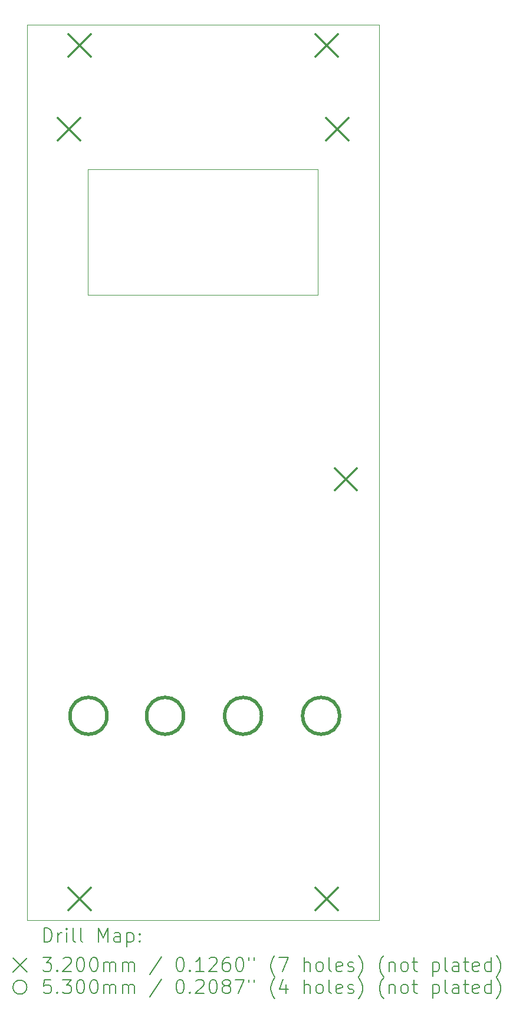
<source format=gbr>
%TF.GenerationSoftware,KiCad,Pcbnew,7.0.2*%
%TF.CreationDate,2025-01-10T16:22:41-06:00*%
%TF.ProjectId,gateDr_panel,67617465-4472-45f7-9061-6e656c2e6b69,rev?*%
%TF.SameCoordinates,Original*%
%TF.FileFunction,Drillmap*%
%TF.FilePolarity,Positive*%
%FSLAX45Y45*%
G04 Gerber Fmt 4.5, Leading zero omitted, Abs format (unit mm)*
G04 Created by KiCad (PCBNEW 7.0.2) date 2025-01-10 16:22:41*
%MOMM*%
%LPD*%
G01*
G04 APERTURE LIST*
%ADD10C,0.100000*%
%ADD11C,0.200000*%
%ADD12C,0.320000*%
%ADD13C,0.530000*%
G04 APERTURE END LIST*
D10*
X5000000Y-5000000D02*
X10050000Y-5000000D01*
X10050000Y-17850000D01*
X5000000Y-17850000D01*
X5000000Y-5000000D01*
X5875000Y-7075000D02*
X9175000Y-7075000D01*
X9175000Y-8875000D01*
X5875000Y-8875000D01*
X5875000Y-7075000D01*
D11*
D12*
X5440000Y-6340000D02*
X5760000Y-6660000D01*
X5760000Y-6340000D02*
X5440000Y-6660000D01*
X5590000Y-5140000D02*
X5910000Y-5460000D01*
X5910000Y-5140000D02*
X5590000Y-5460000D01*
X5590000Y-17390000D02*
X5910000Y-17710000D01*
X5910000Y-17390000D02*
X5590000Y-17710000D01*
X9140000Y-5140000D02*
X9460000Y-5460000D01*
X9460000Y-5140000D02*
X9140000Y-5460000D01*
X9140000Y-17390000D02*
X9460000Y-17710000D01*
X9460000Y-17390000D02*
X9140000Y-17710000D01*
X9290000Y-6340000D02*
X9610000Y-6660000D01*
X9610000Y-6340000D02*
X9290000Y-6660000D01*
X9415000Y-11365000D02*
X9735000Y-11685000D01*
X9735000Y-11365000D02*
X9415000Y-11685000D01*
D13*
X6145000Y-14920000D02*
G75*
G03*
X6145000Y-14920000I-265000J0D01*
G01*
X7245000Y-14920000D02*
G75*
G03*
X7245000Y-14920000I-265000J0D01*
G01*
X8365000Y-14920000D02*
G75*
G03*
X8365000Y-14920000I-265000J0D01*
G01*
X9485000Y-14920000D02*
G75*
G03*
X9485000Y-14920000I-265000J0D01*
G01*
D11*
X5242619Y-18167524D02*
X5242619Y-17967524D01*
X5242619Y-17967524D02*
X5290238Y-17967524D01*
X5290238Y-17967524D02*
X5318810Y-17977048D01*
X5318810Y-17977048D02*
X5337857Y-17996095D01*
X5337857Y-17996095D02*
X5347381Y-18015143D01*
X5347381Y-18015143D02*
X5356905Y-18053238D01*
X5356905Y-18053238D02*
X5356905Y-18081810D01*
X5356905Y-18081810D02*
X5347381Y-18119905D01*
X5347381Y-18119905D02*
X5337857Y-18138952D01*
X5337857Y-18138952D02*
X5318810Y-18158000D01*
X5318810Y-18158000D02*
X5290238Y-18167524D01*
X5290238Y-18167524D02*
X5242619Y-18167524D01*
X5442619Y-18167524D02*
X5442619Y-18034190D01*
X5442619Y-18072286D02*
X5452143Y-18053238D01*
X5452143Y-18053238D02*
X5461667Y-18043714D01*
X5461667Y-18043714D02*
X5480714Y-18034190D01*
X5480714Y-18034190D02*
X5499762Y-18034190D01*
X5566429Y-18167524D02*
X5566429Y-18034190D01*
X5566429Y-17967524D02*
X5556905Y-17977048D01*
X5556905Y-17977048D02*
X5566429Y-17986571D01*
X5566429Y-17986571D02*
X5575952Y-17977048D01*
X5575952Y-17977048D02*
X5566429Y-17967524D01*
X5566429Y-17967524D02*
X5566429Y-17986571D01*
X5690238Y-18167524D02*
X5671190Y-18158000D01*
X5671190Y-18158000D02*
X5661667Y-18138952D01*
X5661667Y-18138952D02*
X5661667Y-17967524D01*
X5795000Y-18167524D02*
X5775952Y-18158000D01*
X5775952Y-18158000D02*
X5766428Y-18138952D01*
X5766428Y-18138952D02*
X5766428Y-17967524D01*
X6023571Y-18167524D02*
X6023571Y-17967524D01*
X6023571Y-17967524D02*
X6090238Y-18110381D01*
X6090238Y-18110381D02*
X6156905Y-17967524D01*
X6156905Y-17967524D02*
X6156905Y-18167524D01*
X6337857Y-18167524D02*
X6337857Y-18062762D01*
X6337857Y-18062762D02*
X6328333Y-18043714D01*
X6328333Y-18043714D02*
X6309286Y-18034190D01*
X6309286Y-18034190D02*
X6271190Y-18034190D01*
X6271190Y-18034190D02*
X6252143Y-18043714D01*
X6337857Y-18158000D02*
X6318809Y-18167524D01*
X6318809Y-18167524D02*
X6271190Y-18167524D01*
X6271190Y-18167524D02*
X6252143Y-18158000D01*
X6252143Y-18158000D02*
X6242619Y-18138952D01*
X6242619Y-18138952D02*
X6242619Y-18119905D01*
X6242619Y-18119905D02*
X6252143Y-18100857D01*
X6252143Y-18100857D02*
X6271190Y-18091333D01*
X6271190Y-18091333D02*
X6318809Y-18091333D01*
X6318809Y-18091333D02*
X6337857Y-18081810D01*
X6433095Y-18034190D02*
X6433095Y-18234190D01*
X6433095Y-18043714D02*
X6452143Y-18034190D01*
X6452143Y-18034190D02*
X6490238Y-18034190D01*
X6490238Y-18034190D02*
X6509286Y-18043714D01*
X6509286Y-18043714D02*
X6518809Y-18053238D01*
X6518809Y-18053238D02*
X6528333Y-18072286D01*
X6528333Y-18072286D02*
X6528333Y-18129429D01*
X6528333Y-18129429D02*
X6518809Y-18148476D01*
X6518809Y-18148476D02*
X6509286Y-18158000D01*
X6509286Y-18158000D02*
X6490238Y-18167524D01*
X6490238Y-18167524D02*
X6452143Y-18167524D01*
X6452143Y-18167524D02*
X6433095Y-18158000D01*
X6614048Y-18148476D02*
X6623571Y-18158000D01*
X6623571Y-18158000D02*
X6614048Y-18167524D01*
X6614048Y-18167524D02*
X6604524Y-18158000D01*
X6604524Y-18158000D02*
X6614048Y-18148476D01*
X6614048Y-18148476D02*
X6614048Y-18167524D01*
X6614048Y-18043714D02*
X6623571Y-18053238D01*
X6623571Y-18053238D02*
X6614048Y-18062762D01*
X6614048Y-18062762D02*
X6604524Y-18053238D01*
X6604524Y-18053238D02*
X6614048Y-18043714D01*
X6614048Y-18043714D02*
X6614048Y-18062762D01*
X4795000Y-18395000D02*
X4995000Y-18595000D01*
X4995000Y-18395000D02*
X4795000Y-18595000D01*
X5223571Y-18387524D02*
X5347381Y-18387524D01*
X5347381Y-18387524D02*
X5280714Y-18463714D01*
X5280714Y-18463714D02*
X5309286Y-18463714D01*
X5309286Y-18463714D02*
X5328333Y-18473238D01*
X5328333Y-18473238D02*
X5337857Y-18482762D01*
X5337857Y-18482762D02*
X5347381Y-18501810D01*
X5347381Y-18501810D02*
X5347381Y-18549429D01*
X5347381Y-18549429D02*
X5337857Y-18568476D01*
X5337857Y-18568476D02*
X5328333Y-18578000D01*
X5328333Y-18578000D02*
X5309286Y-18587524D01*
X5309286Y-18587524D02*
X5252143Y-18587524D01*
X5252143Y-18587524D02*
X5233095Y-18578000D01*
X5233095Y-18578000D02*
X5223571Y-18568476D01*
X5433095Y-18568476D02*
X5442619Y-18578000D01*
X5442619Y-18578000D02*
X5433095Y-18587524D01*
X5433095Y-18587524D02*
X5423571Y-18578000D01*
X5423571Y-18578000D02*
X5433095Y-18568476D01*
X5433095Y-18568476D02*
X5433095Y-18587524D01*
X5518810Y-18406571D02*
X5528333Y-18397048D01*
X5528333Y-18397048D02*
X5547381Y-18387524D01*
X5547381Y-18387524D02*
X5595000Y-18387524D01*
X5595000Y-18387524D02*
X5614048Y-18397048D01*
X5614048Y-18397048D02*
X5623571Y-18406571D01*
X5623571Y-18406571D02*
X5633095Y-18425619D01*
X5633095Y-18425619D02*
X5633095Y-18444667D01*
X5633095Y-18444667D02*
X5623571Y-18473238D01*
X5623571Y-18473238D02*
X5509286Y-18587524D01*
X5509286Y-18587524D02*
X5633095Y-18587524D01*
X5756905Y-18387524D02*
X5775952Y-18387524D01*
X5775952Y-18387524D02*
X5795000Y-18397048D01*
X5795000Y-18397048D02*
X5804524Y-18406571D01*
X5804524Y-18406571D02*
X5814048Y-18425619D01*
X5814048Y-18425619D02*
X5823571Y-18463714D01*
X5823571Y-18463714D02*
X5823571Y-18511333D01*
X5823571Y-18511333D02*
X5814048Y-18549429D01*
X5814048Y-18549429D02*
X5804524Y-18568476D01*
X5804524Y-18568476D02*
X5795000Y-18578000D01*
X5795000Y-18578000D02*
X5775952Y-18587524D01*
X5775952Y-18587524D02*
X5756905Y-18587524D01*
X5756905Y-18587524D02*
X5737857Y-18578000D01*
X5737857Y-18578000D02*
X5728333Y-18568476D01*
X5728333Y-18568476D02*
X5718809Y-18549429D01*
X5718809Y-18549429D02*
X5709286Y-18511333D01*
X5709286Y-18511333D02*
X5709286Y-18463714D01*
X5709286Y-18463714D02*
X5718809Y-18425619D01*
X5718809Y-18425619D02*
X5728333Y-18406571D01*
X5728333Y-18406571D02*
X5737857Y-18397048D01*
X5737857Y-18397048D02*
X5756905Y-18387524D01*
X5947381Y-18387524D02*
X5966429Y-18387524D01*
X5966429Y-18387524D02*
X5985476Y-18397048D01*
X5985476Y-18397048D02*
X5995000Y-18406571D01*
X5995000Y-18406571D02*
X6004524Y-18425619D01*
X6004524Y-18425619D02*
X6014048Y-18463714D01*
X6014048Y-18463714D02*
X6014048Y-18511333D01*
X6014048Y-18511333D02*
X6004524Y-18549429D01*
X6004524Y-18549429D02*
X5995000Y-18568476D01*
X5995000Y-18568476D02*
X5985476Y-18578000D01*
X5985476Y-18578000D02*
X5966429Y-18587524D01*
X5966429Y-18587524D02*
X5947381Y-18587524D01*
X5947381Y-18587524D02*
X5928333Y-18578000D01*
X5928333Y-18578000D02*
X5918809Y-18568476D01*
X5918809Y-18568476D02*
X5909286Y-18549429D01*
X5909286Y-18549429D02*
X5899762Y-18511333D01*
X5899762Y-18511333D02*
X5899762Y-18463714D01*
X5899762Y-18463714D02*
X5909286Y-18425619D01*
X5909286Y-18425619D02*
X5918809Y-18406571D01*
X5918809Y-18406571D02*
X5928333Y-18397048D01*
X5928333Y-18397048D02*
X5947381Y-18387524D01*
X6099762Y-18587524D02*
X6099762Y-18454190D01*
X6099762Y-18473238D02*
X6109286Y-18463714D01*
X6109286Y-18463714D02*
X6128333Y-18454190D01*
X6128333Y-18454190D02*
X6156905Y-18454190D01*
X6156905Y-18454190D02*
X6175952Y-18463714D01*
X6175952Y-18463714D02*
X6185476Y-18482762D01*
X6185476Y-18482762D02*
X6185476Y-18587524D01*
X6185476Y-18482762D02*
X6195000Y-18463714D01*
X6195000Y-18463714D02*
X6214048Y-18454190D01*
X6214048Y-18454190D02*
X6242619Y-18454190D01*
X6242619Y-18454190D02*
X6261667Y-18463714D01*
X6261667Y-18463714D02*
X6271190Y-18482762D01*
X6271190Y-18482762D02*
X6271190Y-18587524D01*
X6366429Y-18587524D02*
X6366429Y-18454190D01*
X6366429Y-18473238D02*
X6375952Y-18463714D01*
X6375952Y-18463714D02*
X6395000Y-18454190D01*
X6395000Y-18454190D02*
X6423571Y-18454190D01*
X6423571Y-18454190D02*
X6442619Y-18463714D01*
X6442619Y-18463714D02*
X6452143Y-18482762D01*
X6452143Y-18482762D02*
X6452143Y-18587524D01*
X6452143Y-18482762D02*
X6461667Y-18463714D01*
X6461667Y-18463714D02*
X6480714Y-18454190D01*
X6480714Y-18454190D02*
X6509286Y-18454190D01*
X6509286Y-18454190D02*
X6528333Y-18463714D01*
X6528333Y-18463714D02*
X6537857Y-18482762D01*
X6537857Y-18482762D02*
X6537857Y-18587524D01*
X6928333Y-18378000D02*
X6756905Y-18635143D01*
X7185476Y-18387524D02*
X7204524Y-18387524D01*
X7204524Y-18387524D02*
X7223572Y-18397048D01*
X7223572Y-18397048D02*
X7233095Y-18406571D01*
X7233095Y-18406571D02*
X7242619Y-18425619D01*
X7242619Y-18425619D02*
X7252143Y-18463714D01*
X7252143Y-18463714D02*
X7252143Y-18511333D01*
X7252143Y-18511333D02*
X7242619Y-18549429D01*
X7242619Y-18549429D02*
X7233095Y-18568476D01*
X7233095Y-18568476D02*
X7223572Y-18578000D01*
X7223572Y-18578000D02*
X7204524Y-18587524D01*
X7204524Y-18587524D02*
X7185476Y-18587524D01*
X7185476Y-18587524D02*
X7166429Y-18578000D01*
X7166429Y-18578000D02*
X7156905Y-18568476D01*
X7156905Y-18568476D02*
X7147381Y-18549429D01*
X7147381Y-18549429D02*
X7137857Y-18511333D01*
X7137857Y-18511333D02*
X7137857Y-18463714D01*
X7137857Y-18463714D02*
X7147381Y-18425619D01*
X7147381Y-18425619D02*
X7156905Y-18406571D01*
X7156905Y-18406571D02*
X7166429Y-18397048D01*
X7166429Y-18397048D02*
X7185476Y-18387524D01*
X7337857Y-18568476D02*
X7347381Y-18578000D01*
X7347381Y-18578000D02*
X7337857Y-18587524D01*
X7337857Y-18587524D02*
X7328333Y-18578000D01*
X7328333Y-18578000D02*
X7337857Y-18568476D01*
X7337857Y-18568476D02*
X7337857Y-18587524D01*
X7537857Y-18587524D02*
X7423572Y-18587524D01*
X7480714Y-18587524D02*
X7480714Y-18387524D01*
X7480714Y-18387524D02*
X7461667Y-18416095D01*
X7461667Y-18416095D02*
X7442619Y-18435143D01*
X7442619Y-18435143D02*
X7423572Y-18444667D01*
X7614048Y-18406571D02*
X7623572Y-18397048D01*
X7623572Y-18397048D02*
X7642619Y-18387524D01*
X7642619Y-18387524D02*
X7690238Y-18387524D01*
X7690238Y-18387524D02*
X7709286Y-18397048D01*
X7709286Y-18397048D02*
X7718810Y-18406571D01*
X7718810Y-18406571D02*
X7728333Y-18425619D01*
X7728333Y-18425619D02*
X7728333Y-18444667D01*
X7728333Y-18444667D02*
X7718810Y-18473238D01*
X7718810Y-18473238D02*
X7604524Y-18587524D01*
X7604524Y-18587524D02*
X7728333Y-18587524D01*
X7899762Y-18387524D02*
X7861667Y-18387524D01*
X7861667Y-18387524D02*
X7842619Y-18397048D01*
X7842619Y-18397048D02*
X7833095Y-18406571D01*
X7833095Y-18406571D02*
X7814048Y-18435143D01*
X7814048Y-18435143D02*
X7804524Y-18473238D01*
X7804524Y-18473238D02*
X7804524Y-18549429D01*
X7804524Y-18549429D02*
X7814048Y-18568476D01*
X7814048Y-18568476D02*
X7823572Y-18578000D01*
X7823572Y-18578000D02*
X7842619Y-18587524D01*
X7842619Y-18587524D02*
X7880714Y-18587524D01*
X7880714Y-18587524D02*
X7899762Y-18578000D01*
X7899762Y-18578000D02*
X7909286Y-18568476D01*
X7909286Y-18568476D02*
X7918810Y-18549429D01*
X7918810Y-18549429D02*
X7918810Y-18501810D01*
X7918810Y-18501810D02*
X7909286Y-18482762D01*
X7909286Y-18482762D02*
X7899762Y-18473238D01*
X7899762Y-18473238D02*
X7880714Y-18463714D01*
X7880714Y-18463714D02*
X7842619Y-18463714D01*
X7842619Y-18463714D02*
X7823572Y-18473238D01*
X7823572Y-18473238D02*
X7814048Y-18482762D01*
X7814048Y-18482762D02*
X7804524Y-18501810D01*
X8042619Y-18387524D02*
X8061667Y-18387524D01*
X8061667Y-18387524D02*
X8080714Y-18397048D01*
X8080714Y-18397048D02*
X8090238Y-18406571D01*
X8090238Y-18406571D02*
X8099762Y-18425619D01*
X8099762Y-18425619D02*
X8109286Y-18463714D01*
X8109286Y-18463714D02*
X8109286Y-18511333D01*
X8109286Y-18511333D02*
X8099762Y-18549429D01*
X8099762Y-18549429D02*
X8090238Y-18568476D01*
X8090238Y-18568476D02*
X8080714Y-18578000D01*
X8080714Y-18578000D02*
X8061667Y-18587524D01*
X8061667Y-18587524D02*
X8042619Y-18587524D01*
X8042619Y-18587524D02*
X8023572Y-18578000D01*
X8023572Y-18578000D02*
X8014048Y-18568476D01*
X8014048Y-18568476D02*
X8004524Y-18549429D01*
X8004524Y-18549429D02*
X7995000Y-18511333D01*
X7995000Y-18511333D02*
X7995000Y-18463714D01*
X7995000Y-18463714D02*
X8004524Y-18425619D01*
X8004524Y-18425619D02*
X8014048Y-18406571D01*
X8014048Y-18406571D02*
X8023572Y-18397048D01*
X8023572Y-18397048D02*
X8042619Y-18387524D01*
X8185476Y-18387524D02*
X8185476Y-18425619D01*
X8261667Y-18387524D02*
X8261667Y-18425619D01*
X8556905Y-18663714D02*
X8547381Y-18654190D01*
X8547381Y-18654190D02*
X8528334Y-18625619D01*
X8528334Y-18625619D02*
X8518810Y-18606571D01*
X8518810Y-18606571D02*
X8509286Y-18578000D01*
X8509286Y-18578000D02*
X8499762Y-18530381D01*
X8499762Y-18530381D02*
X8499762Y-18492286D01*
X8499762Y-18492286D02*
X8509286Y-18444667D01*
X8509286Y-18444667D02*
X8518810Y-18416095D01*
X8518810Y-18416095D02*
X8528334Y-18397048D01*
X8528334Y-18397048D02*
X8547381Y-18368476D01*
X8547381Y-18368476D02*
X8556905Y-18358952D01*
X8614048Y-18387524D02*
X8747381Y-18387524D01*
X8747381Y-18387524D02*
X8661667Y-18587524D01*
X8975953Y-18587524D02*
X8975953Y-18387524D01*
X9061667Y-18587524D02*
X9061667Y-18482762D01*
X9061667Y-18482762D02*
X9052143Y-18463714D01*
X9052143Y-18463714D02*
X9033096Y-18454190D01*
X9033096Y-18454190D02*
X9004524Y-18454190D01*
X9004524Y-18454190D02*
X8985477Y-18463714D01*
X8985477Y-18463714D02*
X8975953Y-18473238D01*
X9185477Y-18587524D02*
X9166429Y-18578000D01*
X9166429Y-18578000D02*
X9156905Y-18568476D01*
X9156905Y-18568476D02*
X9147381Y-18549429D01*
X9147381Y-18549429D02*
X9147381Y-18492286D01*
X9147381Y-18492286D02*
X9156905Y-18473238D01*
X9156905Y-18473238D02*
X9166429Y-18463714D01*
X9166429Y-18463714D02*
X9185477Y-18454190D01*
X9185477Y-18454190D02*
X9214048Y-18454190D01*
X9214048Y-18454190D02*
X9233096Y-18463714D01*
X9233096Y-18463714D02*
X9242619Y-18473238D01*
X9242619Y-18473238D02*
X9252143Y-18492286D01*
X9252143Y-18492286D02*
X9252143Y-18549429D01*
X9252143Y-18549429D02*
X9242619Y-18568476D01*
X9242619Y-18568476D02*
X9233096Y-18578000D01*
X9233096Y-18578000D02*
X9214048Y-18587524D01*
X9214048Y-18587524D02*
X9185477Y-18587524D01*
X9366429Y-18587524D02*
X9347381Y-18578000D01*
X9347381Y-18578000D02*
X9337858Y-18558952D01*
X9337858Y-18558952D02*
X9337858Y-18387524D01*
X9518810Y-18578000D02*
X9499762Y-18587524D01*
X9499762Y-18587524D02*
X9461667Y-18587524D01*
X9461667Y-18587524D02*
X9442619Y-18578000D01*
X9442619Y-18578000D02*
X9433096Y-18558952D01*
X9433096Y-18558952D02*
X9433096Y-18482762D01*
X9433096Y-18482762D02*
X9442619Y-18463714D01*
X9442619Y-18463714D02*
X9461667Y-18454190D01*
X9461667Y-18454190D02*
X9499762Y-18454190D01*
X9499762Y-18454190D02*
X9518810Y-18463714D01*
X9518810Y-18463714D02*
X9528334Y-18482762D01*
X9528334Y-18482762D02*
X9528334Y-18501810D01*
X9528334Y-18501810D02*
X9433096Y-18520857D01*
X9604524Y-18578000D02*
X9623572Y-18587524D01*
X9623572Y-18587524D02*
X9661667Y-18587524D01*
X9661667Y-18587524D02*
X9680715Y-18578000D01*
X9680715Y-18578000D02*
X9690239Y-18558952D01*
X9690239Y-18558952D02*
X9690239Y-18549429D01*
X9690239Y-18549429D02*
X9680715Y-18530381D01*
X9680715Y-18530381D02*
X9661667Y-18520857D01*
X9661667Y-18520857D02*
X9633096Y-18520857D01*
X9633096Y-18520857D02*
X9614048Y-18511333D01*
X9614048Y-18511333D02*
X9604524Y-18492286D01*
X9604524Y-18492286D02*
X9604524Y-18482762D01*
X9604524Y-18482762D02*
X9614048Y-18463714D01*
X9614048Y-18463714D02*
X9633096Y-18454190D01*
X9633096Y-18454190D02*
X9661667Y-18454190D01*
X9661667Y-18454190D02*
X9680715Y-18463714D01*
X9756905Y-18663714D02*
X9766429Y-18654190D01*
X9766429Y-18654190D02*
X9785477Y-18625619D01*
X9785477Y-18625619D02*
X9795000Y-18606571D01*
X9795000Y-18606571D02*
X9804524Y-18578000D01*
X9804524Y-18578000D02*
X9814048Y-18530381D01*
X9814048Y-18530381D02*
X9814048Y-18492286D01*
X9814048Y-18492286D02*
X9804524Y-18444667D01*
X9804524Y-18444667D02*
X9795000Y-18416095D01*
X9795000Y-18416095D02*
X9785477Y-18397048D01*
X9785477Y-18397048D02*
X9766429Y-18368476D01*
X9766429Y-18368476D02*
X9756905Y-18358952D01*
X10118810Y-18663714D02*
X10109286Y-18654190D01*
X10109286Y-18654190D02*
X10090239Y-18625619D01*
X10090239Y-18625619D02*
X10080715Y-18606571D01*
X10080715Y-18606571D02*
X10071191Y-18578000D01*
X10071191Y-18578000D02*
X10061667Y-18530381D01*
X10061667Y-18530381D02*
X10061667Y-18492286D01*
X10061667Y-18492286D02*
X10071191Y-18444667D01*
X10071191Y-18444667D02*
X10080715Y-18416095D01*
X10080715Y-18416095D02*
X10090239Y-18397048D01*
X10090239Y-18397048D02*
X10109286Y-18368476D01*
X10109286Y-18368476D02*
X10118810Y-18358952D01*
X10195000Y-18454190D02*
X10195000Y-18587524D01*
X10195000Y-18473238D02*
X10204524Y-18463714D01*
X10204524Y-18463714D02*
X10223572Y-18454190D01*
X10223572Y-18454190D02*
X10252143Y-18454190D01*
X10252143Y-18454190D02*
X10271191Y-18463714D01*
X10271191Y-18463714D02*
X10280715Y-18482762D01*
X10280715Y-18482762D02*
X10280715Y-18587524D01*
X10404524Y-18587524D02*
X10385477Y-18578000D01*
X10385477Y-18578000D02*
X10375953Y-18568476D01*
X10375953Y-18568476D02*
X10366429Y-18549429D01*
X10366429Y-18549429D02*
X10366429Y-18492286D01*
X10366429Y-18492286D02*
X10375953Y-18473238D01*
X10375953Y-18473238D02*
X10385477Y-18463714D01*
X10385477Y-18463714D02*
X10404524Y-18454190D01*
X10404524Y-18454190D02*
X10433096Y-18454190D01*
X10433096Y-18454190D02*
X10452143Y-18463714D01*
X10452143Y-18463714D02*
X10461667Y-18473238D01*
X10461667Y-18473238D02*
X10471191Y-18492286D01*
X10471191Y-18492286D02*
X10471191Y-18549429D01*
X10471191Y-18549429D02*
X10461667Y-18568476D01*
X10461667Y-18568476D02*
X10452143Y-18578000D01*
X10452143Y-18578000D02*
X10433096Y-18587524D01*
X10433096Y-18587524D02*
X10404524Y-18587524D01*
X10528334Y-18454190D02*
X10604524Y-18454190D01*
X10556905Y-18387524D02*
X10556905Y-18558952D01*
X10556905Y-18558952D02*
X10566429Y-18578000D01*
X10566429Y-18578000D02*
X10585477Y-18587524D01*
X10585477Y-18587524D02*
X10604524Y-18587524D01*
X10823572Y-18454190D02*
X10823572Y-18654190D01*
X10823572Y-18463714D02*
X10842620Y-18454190D01*
X10842620Y-18454190D02*
X10880715Y-18454190D01*
X10880715Y-18454190D02*
X10899762Y-18463714D01*
X10899762Y-18463714D02*
X10909286Y-18473238D01*
X10909286Y-18473238D02*
X10918810Y-18492286D01*
X10918810Y-18492286D02*
X10918810Y-18549429D01*
X10918810Y-18549429D02*
X10909286Y-18568476D01*
X10909286Y-18568476D02*
X10899762Y-18578000D01*
X10899762Y-18578000D02*
X10880715Y-18587524D01*
X10880715Y-18587524D02*
X10842620Y-18587524D01*
X10842620Y-18587524D02*
X10823572Y-18578000D01*
X11033096Y-18587524D02*
X11014048Y-18578000D01*
X11014048Y-18578000D02*
X11004524Y-18558952D01*
X11004524Y-18558952D02*
X11004524Y-18387524D01*
X11195000Y-18587524D02*
X11195000Y-18482762D01*
X11195000Y-18482762D02*
X11185477Y-18463714D01*
X11185477Y-18463714D02*
X11166429Y-18454190D01*
X11166429Y-18454190D02*
X11128334Y-18454190D01*
X11128334Y-18454190D02*
X11109286Y-18463714D01*
X11195000Y-18578000D02*
X11175953Y-18587524D01*
X11175953Y-18587524D02*
X11128334Y-18587524D01*
X11128334Y-18587524D02*
X11109286Y-18578000D01*
X11109286Y-18578000D02*
X11099762Y-18558952D01*
X11099762Y-18558952D02*
X11099762Y-18539905D01*
X11099762Y-18539905D02*
X11109286Y-18520857D01*
X11109286Y-18520857D02*
X11128334Y-18511333D01*
X11128334Y-18511333D02*
X11175953Y-18511333D01*
X11175953Y-18511333D02*
X11195000Y-18501810D01*
X11261667Y-18454190D02*
X11337858Y-18454190D01*
X11290239Y-18387524D02*
X11290239Y-18558952D01*
X11290239Y-18558952D02*
X11299762Y-18578000D01*
X11299762Y-18578000D02*
X11318810Y-18587524D01*
X11318810Y-18587524D02*
X11337858Y-18587524D01*
X11480715Y-18578000D02*
X11461667Y-18587524D01*
X11461667Y-18587524D02*
X11423572Y-18587524D01*
X11423572Y-18587524D02*
X11404524Y-18578000D01*
X11404524Y-18578000D02*
X11395000Y-18558952D01*
X11395000Y-18558952D02*
X11395000Y-18482762D01*
X11395000Y-18482762D02*
X11404524Y-18463714D01*
X11404524Y-18463714D02*
X11423572Y-18454190D01*
X11423572Y-18454190D02*
X11461667Y-18454190D01*
X11461667Y-18454190D02*
X11480715Y-18463714D01*
X11480715Y-18463714D02*
X11490239Y-18482762D01*
X11490239Y-18482762D02*
X11490239Y-18501810D01*
X11490239Y-18501810D02*
X11395000Y-18520857D01*
X11661667Y-18587524D02*
X11661667Y-18387524D01*
X11661667Y-18578000D02*
X11642620Y-18587524D01*
X11642620Y-18587524D02*
X11604524Y-18587524D01*
X11604524Y-18587524D02*
X11585477Y-18578000D01*
X11585477Y-18578000D02*
X11575953Y-18568476D01*
X11575953Y-18568476D02*
X11566429Y-18549429D01*
X11566429Y-18549429D02*
X11566429Y-18492286D01*
X11566429Y-18492286D02*
X11575953Y-18473238D01*
X11575953Y-18473238D02*
X11585477Y-18463714D01*
X11585477Y-18463714D02*
X11604524Y-18454190D01*
X11604524Y-18454190D02*
X11642620Y-18454190D01*
X11642620Y-18454190D02*
X11661667Y-18463714D01*
X11737858Y-18663714D02*
X11747381Y-18654190D01*
X11747381Y-18654190D02*
X11766429Y-18625619D01*
X11766429Y-18625619D02*
X11775953Y-18606571D01*
X11775953Y-18606571D02*
X11785477Y-18578000D01*
X11785477Y-18578000D02*
X11795000Y-18530381D01*
X11795000Y-18530381D02*
X11795000Y-18492286D01*
X11795000Y-18492286D02*
X11785477Y-18444667D01*
X11785477Y-18444667D02*
X11775953Y-18416095D01*
X11775953Y-18416095D02*
X11766429Y-18397048D01*
X11766429Y-18397048D02*
X11747381Y-18368476D01*
X11747381Y-18368476D02*
X11737858Y-18358952D01*
X4995000Y-18815000D02*
G75*
G03*
X4995000Y-18815000I-100000J0D01*
G01*
X5337857Y-18707524D02*
X5242619Y-18707524D01*
X5242619Y-18707524D02*
X5233095Y-18802762D01*
X5233095Y-18802762D02*
X5242619Y-18793238D01*
X5242619Y-18793238D02*
X5261667Y-18783714D01*
X5261667Y-18783714D02*
X5309286Y-18783714D01*
X5309286Y-18783714D02*
X5328333Y-18793238D01*
X5328333Y-18793238D02*
X5337857Y-18802762D01*
X5337857Y-18802762D02*
X5347381Y-18821810D01*
X5347381Y-18821810D02*
X5347381Y-18869429D01*
X5347381Y-18869429D02*
X5337857Y-18888476D01*
X5337857Y-18888476D02*
X5328333Y-18898000D01*
X5328333Y-18898000D02*
X5309286Y-18907524D01*
X5309286Y-18907524D02*
X5261667Y-18907524D01*
X5261667Y-18907524D02*
X5242619Y-18898000D01*
X5242619Y-18898000D02*
X5233095Y-18888476D01*
X5433095Y-18888476D02*
X5442619Y-18898000D01*
X5442619Y-18898000D02*
X5433095Y-18907524D01*
X5433095Y-18907524D02*
X5423571Y-18898000D01*
X5423571Y-18898000D02*
X5433095Y-18888476D01*
X5433095Y-18888476D02*
X5433095Y-18907524D01*
X5509286Y-18707524D02*
X5633095Y-18707524D01*
X5633095Y-18707524D02*
X5566429Y-18783714D01*
X5566429Y-18783714D02*
X5595000Y-18783714D01*
X5595000Y-18783714D02*
X5614048Y-18793238D01*
X5614048Y-18793238D02*
X5623571Y-18802762D01*
X5623571Y-18802762D02*
X5633095Y-18821810D01*
X5633095Y-18821810D02*
X5633095Y-18869429D01*
X5633095Y-18869429D02*
X5623571Y-18888476D01*
X5623571Y-18888476D02*
X5614048Y-18898000D01*
X5614048Y-18898000D02*
X5595000Y-18907524D01*
X5595000Y-18907524D02*
X5537857Y-18907524D01*
X5537857Y-18907524D02*
X5518810Y-18898000D01*
X5518810Y-18898000D02*
X5509286Y-18888476D01*
X5756905Y-18707524D02*
X5775952Y-18707524D01*
X5775952Y-18707524D02*
X5795000Y-18717048D01*
X5795000Y-18717048D02*
X5804524Y-18726571D01*
X5804524Y-18726571D02*
X5814048Y-18745619D01*
X5814048Y-18745619D02*
X5823571Y-18783714D01*
X5823571Y-18783714D02*
X5823571Y-18831333D01*
X5823571Y-18831333D02*
X5814048Y-18869429D01*
X5814048Y-18869429D02*
X5804524Y-18888476D01*
X5804524Y-18888476D02*
X5795000Y-18898000D01*
X5795000Y-18898000D02*
X5775952Y-18907524D01*
X5775952Y-18907524D02*
X5756905Y-18907524D01*
X5756905Y-18907524D02*
X5737857Y-18898000D01*
X5737857Y-18898000D02*
X5728333Y-18888476D01*
X5728333Y-18888476D02*
X5718809Y-18869429D01*
X5718809Y-18869429D02*
X5709286Y-18831333D01*
X5709286Y-18831333D02*
X5709286Y-18783714D01*
X5709286Y-18783714D02*
X5718809Y-18745619D01*
X5718809Y-18745619D02*
X5728333Y-18726571D01*
X5728333Y-18726571D02*
X5737857Y-18717048D01*
X5737857Y-18717048D02*
X5756905Y-18707524D01*
X5947381Y-18707524D02*
X5966429Y-18707524D01*
X5966429Y-18707524D02*
X5985476Y-18717048D01*
X5985476Y-18717048D02*
X5995000Y-18726571D01*
X5995000Y-18726571D02*
X6004524Y-18745619D01*
X6004524Y-18745619D02*
X6014048Y-18783714D01*
X6014048Y-18783714D02*
X6014048Y-18831333D01*
X6014048Y-18831333D02*
X6004524Y-18869429D01*
X6004524Y-18869429D02*
X5995000Y-18888476D01*
X5995000Y-18888476D02*
X5985476Y-18898000D01*
X5985476Y-18898000D02*
X5966429Y-18907524D01*
X5966429Y-18907524D02*
X5947381Y-18907524D01*
X5947381Y-18907524D02*
X5928333Y-18898000D01*
X5928333Y-18898000D02*
X5918809Y-18888476D01*
X5918809Y-18888476D02*
X5909286Y-18869429D01*
X5909286Y-18869429D02*
X5899762Y-18831333D01*
X5899762Y-18831333D02*
X5899762Y-18783714D01*
X5899762Y-18783714D02*
X5909286Y-18745619D01*
X5909286Y-18745619D02*
X5918809Y-18726571D01*
X5918809Y-18726571D02*
X5928333Y-18717048D01*
X5928333Y-18717048D02*
X5947381Y-18707524D01*
X6099762Y-18907524D02*
X6099762Y-18774190D01*
X6099762Y-18793238D02*
X6109286Y-18783714D01*
X6109286Y-18783714D02*
X6128333Y-18774190D01*
X6128333Y-18774190D02*
X6156905Y-18774190D01*
X6156905Y-18774190D02*
X6175952Y-18783714D01*
X6175952Y-18783714D02*
X6185476Y-18802762D01*
X6185476Y-18802762D02*
X6185476Y-18907524D01*
X6185476Y-18802762D02*
X6195000Y-18783714D01*
X6195000Y-18783714D02*
X6214048Y-18774190D01*
X6214048Y-18774190D02*
X6242619Y-18774190D01*
X6242619Y-18774190D02*
X6261667Y-18783714D01*
X6261667Y-18783714D02*
X6271190Y-18802762D01*
X6271190Y-18802762D02*
X6271190Y-18907524D01*
X6366429Y-18907524D02*
X6366429Y-18774190D01*
X6366429Y-18793238D02*
X6375952Y-18783714D01*
X6375952Y-18783714D02*
X6395000Y-18774190D01*
X6395000Y-18774190D02*
X6423571Y-18774190D01*
X6423571Y-18774190D02*
X6442619Y-18783714D01*
X6442619Y-18783714D02*
X6452143Y-18802762D01*
X6452143Y-18802762D02*
X6452143Y-18907524D01*
X6452143Y-18802762D02*
X6461667Y-18783714D01*
X6461667Y-18783714D02*
X6480714Y-18774190D01*
X6480714Y-18774190D02*
X6509286Y-18774190D01*
X6509286Y-18774190D02*
X6528333Y-18783714D01*
X6528333Y-18783714D02*
X6537857Y-18802762D01*
X6537857Y-18802762D02*
X6537857Y-18907524D01*
X6928333Y-18698000D02*
X6756905Y-18955143D01*
X7185476Y-18707524D02*
X7204524Y-18707524D01*
X7204524Y-18707524D02*
X7223572Y-18717048D01*
X7223572Y-18717048D02*
X7233095Y-18726571D01*
X7233095Y-18726571D02*
X7242619Y-18745619D01*
X7242619Y-18745619D02*
X7252143Y-18783714D01*
X7252143Y-18783714D02*
X7252143Y-18831333D01*
X7252143Y-18831333D02*
X7242619Y-18869429D01*
X7242619Y-18869429D02*
X7233095Y-18888476D01*
X7233095Y-18888476D02*
X7223572Y-18898000D01*
X7223572Y-18898000D02*
X7204524Y-18907524D01*
X7204524Y-18907524D02*
X7185476Y-18907524D01*
X7185476Y-18907524D02*
X7166429Y-18898000D01*
X7166429Y-18898000D02*
X7156905Y-18888476D01*
X7156905Y-18888476D02*
X7147381Y-18869429D01*
X7147381Y-18869429D02*
X7137857Y-18831333D01*
X7137857Y-18831333D02*
X7137857Y-18783714D01*
X7137857Y-18783714D02*
X7147381Y-18745619D01*
X7147381Y-18745619D02*
X7156905Y-18726571D01*
X7156905Y-18726571D02*
X7166429Y-18717048D01*
X7166429Y-18717048D02*
X7185476Y-18707524D01*
X7337857Y-18888476D02*
X7347381Y-18898000D01*
X7347381Y-18898000D02*
X7337857Y-18907524D01*
X7337857Y-18907524D02*
X7328333Y-18898000D01*
X7328333Y-18898000D02*
X7337857Y-18888476D01*
X7337857Y-18888476D02*
X7337857Y-18907524D01*
X7423572Y-18726571D02*
X7433095Y-18717048D01*
X7433095Y-18717048D02*
X7452143Y-18707524D01*
X7452143Y-18707524D02*
X7499762Y-18707524D01*
X7499762Y-18707524D02*
X7518810Y-18717048D01*
X7518810Y-18717048D02*
X7528333Y-18726571D01*
X7528333Y-18726571D02*
X7537857Y-18745619D01*
X7537857Y-18745619D02*
X7537857Y-18764667D01*
X7537857Y-18764667D02*
X7528333Y-18793238D01*
X7528333Y-18793238D02*
X7414048Y-18907524D01*
X7414048Y-18907524D02*
X7537857Y-18907524D01*
X7661667Y-18707524D02*
X7680714Y-18707524D01*
X7680714Y-18707524D02*
X7699762Y-18717048D01*
X7699762Y-18717048D02*
X7709286Y-18726571D01*
X7709286Y-18726571D02*
X7718810Y-18745619D01*
X7718810Y-18745619D02*
X7728333Y-18783714D01*
X7728333Y-18783714D02*
X7728333Y-18831333D01*
X7728333Y-18831333D02*
X7718810Y-18869429D01*
X7718810Y-18869429D02*
X7709286Y-18888476D01*
X7709286Y-18888476D02*
X7699762Y-18898000D01*
X7699762Y-18898000D02*
X7680714Y-18907524D01*
X7680714Y-18907524D02*
X7661667Y-18907524D01*
X7661667Y-18907524D02*
X7642619Y-18898000D01*
X7642619Y-18898000D02*
X7633095Y-18888476D01*
X7633095Y-18888476D02*
X7623572Y-18869429D01*
X7623572Y-18869429D02*
X7614048Y-18831333D01*
X7614048Y-18831333D02*
X7614048Y-18783714D01*
X7614048Y-18783714D02*
X7623572Y-18745619D01*
X7623572Y-18745619D02*
X7633095Y-18726571D01*
X7633095Y-18726571D02*
X7642619Y-18717048D01*
X7642619Y-18717048D02*
X7661667Y-18707524D01*
X7842619Y-18793238D02*
X7823572Y-18783714D01*
X7823572Y-18783714D02*
X7814048Y-18774190D01*
X7814048Y-18774190D02*
X7804524Y-18755143D01*
X7804524Y-18755143D02*
X7804524Y-18745619D01*
X7804524Y-18745619D02*
X7814048Y-18726571D01*
X7814048Y-18726571D02*
X7823572Y-18717048D01*
X7823572Y-18717048D02*
X7842619Y-18707524D01*
X7842619Y-18707524D02*
X7880714Y-18707524D01*
X7880714Y-18707524D02*
X7899762Y-18717048D01*
X7899762Y-18717048D02*
X7909286Y-18726571D01*
X7909286Y-18726571D02*
X7918810Y-18745619D01*
X7918810Y-18745619D02*
X7918810Y-18755143D01*
X7918810Y-18755143D02*
X7909286Y-18774190D01*
X7909286Y-18774190D02*
X7899762Y-18783714D01*
X7899762Y-18783714D02*
X7880714Y-18793238D01*
X7880714Y-18793238D02*
X7842619Y-18793238D01*
X7842619Y-18793238D02*
X7823572Y-18802762D01*
X7823572Y-18802762D02*
X7814048Y-18812286D01*
X7814048Y-18812286D02*
X7804524Y-18831333D01*
X7804524Y-18831333D02*
X7804524Y-18869429D01*
X7804524Y-18869429D02*
X7814048Y-18888476D01*
X7814048Y-18888476D02*
X7823572Y-18898000D01*
X7823572Y-18898000D02*
X7842619Y-18907524D01*
X7842619Y-18907524D02*
X7880714Y-18907524D01*
X7880714Y-18907524D02*
X7899762Y-18898000D01*
X7899762Y-18898000D02*
X7909286Y-18888476D01*
X7909286Y-18888476D02*
X7918810Y-18869429D01*
X7918810Y-18869429D02*
X7918810Y-18831333D01*
X7918810Y-18831333D02*
X7909286Y-18812286D01*
X7909286Y-18812286D02*
X7899762Y-18802762D01*
X7899762Y-18802762D02*
X7880714Y-18793238D01*
X7985476Y-18707524D02*
X8118810Y-18707524D01*
X8118810Y-18707524D02*
X8033095Y-18907524D01*
X8185476Y-18707524D02*
X8185476Y-18745619D01*
X8261667Y-18707524D02*
X8261667Y-18745619D01*
X8556905Y-18983714D02*
X8547381Y-18974190D01*
X8547381Y-18974190D02*
X8528334Y-18945619D01*
X8528334Y-18945619D02*
X8518810Y-18926571D01*
X8518810Y-18926571D02*
X8509286Y-18898000D01*
X8509286Y-18898000D02*
X8499762Y-18850381D01*
X8499762Y-18850381D02*
X8499762Y-18812286D01*
X8499762Y-18812286D02*
X8509286Y-18764667D01*
X8509286Y-18764667D02*
X8518810Y-18736095D01*
X8518810Y-18736095D02*
X8528334Y-18717048D01*
X8528334Y-18717048D02*
X8547381Y-18688476D01*
X8547381Y-18688476D02*
X8556905Y-18678952D01*
X8718810Y-18774190D02*
X8718810Y-18907524D01*
X8671191Y-18698000D02*
X8623572Y-18840857D01*
X8623572Y-18840857D02*
X8747381Y-18840857D01*
X8975953Y-18907524D02*
X8975953Y-18707524D01*
X9061667Y-18907524D02*
X9061667Y-18802762D01*
X9061667Y-18802762D02*
X9052143Y-18783714D01*
X9052143Y-18783714D02*
X9033096Y-18774190D01*
X9033096Y-18774190D02*
X9004524Y-18774190D01*
X9004524Y-18774190D02*
X8985477Y-18783714D01*
X8985477Y-18783714D02*
X8975953Y-18793238D01*
X9185477Y-18907524D02*
X9166429Y-18898000D01*
X9166429Y-18898000D02*
X9156905Y-18888476D01*
X9156905Y-18888476D02*
X9147381Y-18869429D01*
X9147381Y-18869429D02*
X9147381Y-18812286D01*
X9147381Y-18812286D02*
X9156905Y-18793238D01*
X9156905Y-18793238D02*
X9166429Y-18783714D01*
X9166429Y-18783714D02*
X9185477Y-18774190D01*
X9185477Y-18774190D02*
X9214048Y-18774190D01*
X9214048Y-18774190D02*
X9233096Y-18783714D01*
X9233096Y-18783714D02*
X9242619Y-18793238D01*
X9242619Y-18793238D02*
X9252143Y-18812286D01*
X9252143Y-18812286D02*
X9252143Y-18869429D01*
X9252143Y-18869429D02*
X9242619Y-18888476D01*
X9242619Y-18888476D02*
X9233096Y-18898000D01*
X9233096Y-18898000D02*
X9214048Y-18907524D01*
X9214048Y-18907524D02*
X9185477Y-18907524D01*
X9366429Y-18907524D02*
X9347381Y-18898000D01*
X9347381Y-18898000D02*
X9337858Y-18878952D01*
X9337858Y-18878952D02*
X9337858Y-18707524D01*
X9518810Y-18898000D02*
X9499762Y-18907524D01*
X9499762Y-18907524D02*
X9461667Y-18907524D01*
X9461667Y-18907524D02*
X9442619Y-18898000D01*
X9442619Y-18898000D02*
X9433096Y-18878952D01*
X9433096Y-18878952D02*
X9433096Y-18802762D01*
X9433096Y-18802762D02*
X9442619Y-18783714D01*
X9442619Y-18783714D02*
X9461667Y-18774190D01*
X9461667Y-18774190D02*
X9499762Y-18774190D01*
X9499762Y-18774190D02*
X9518810Y-18783714D01*
X9518810Y-18783714D02*
X9528334Y-18802762D01*
X9528334Y-18802762D02*
X9528334Y-18821810D01*
X9528334Y-18821810D02*
X9433096Y-18840857D01*
X9604524Y-18898000D02*
X9623572Y-18907524D01*
X9623572Y-18907524D02*
X9661667Y-18907524D01*
X9661667Y-18907524D02*
X9680715Y-18898000D01*
X9680715Y-18898000D02*
X9690239Y-18878952D01*
X9690239Y-18878952D02*
X9690239Y-18869429D01*
X9690239Y-18869429D02*
X9680715Y-18850381D01*
X9680715Y-18850381D02*
X9661667Y-18840857D01*
X9661667Y-18840857D02*
X9633096Y-18840857D01*
X9633096Y-18840857D02*
X9614048Y-18831333D01*
X9614048Y-18831333D02*
X9604524Y-18812286D01*
X9604524Y-18812286D02*
X9604524Y-18802762D01*
X9604524Y-18802762D02*
X9614048Y-18783714D01*
X9614048Y-18783714D02*
X9633096Y-18774190D01*
X9633096Y-18774190D02*
X9661667Y-18774190D01*
X9661667Y-18774190D02*
X9680715Y-18783714D01*
X9756905Y-18983714D02*
X9766429Y-18974190D01*
X9766429Y-18974190D02*
X9785477Y-18945619D01*
X9785477Y-18945619D02*
X9795000Y-18926571D01*
X9795000Y-18926571D02*
X9804524Y-18898000D01*
X9804524Y-18898000D02*
X9814048Y-18850381D01*
X9814048Y-18850381D02*
X9814048Y-18812286D01*
X9814048Y-18812286D02*
X9804524Y-18764667D01*
X9804524Y-18764667D02*
X9795000Y-18736095D01*
X9795000Y-18736095D02*
X9785477Y-18717048D01*
X9785477Y-18717048D02*
X9766429Y-18688476D01*
X9766429Y-18688476D02*
X9756905Y-18678952D01*
X10118810Y-18983714D02*
X10109286Y-18974190D01*
X10109286Y-18974190D02*
X10090239Y-18945619D01*
X10090239Y-18945619D02*
X10080715Y-18926571D01*
X10080715Y-18926571D02*
X10071191Y-18898000D01*
X10071191Y-18898000D02*
X10061667Y-18850381D01*
X10061667Y-18850381D02*
X10061667Y-18812286D01*
X10061667Y-18812286D02*
X10071191Y-18764667D01*
X10071191Y-18764667D02*
X10080715Y-18736095D01*
X10080715Y-18736095D02*
X10090239Y-18717048D01*
X10090239Y-18717048D02*
X10109286Y-18688476D01*
X10109286Y-18688476D02*
X10118810Y-18678952D01*
X10195000Y-18774190D02*
X10195000Y-18907524D01*
X10195000Y-18793238D02*
X10204524Y-18783714D01*
X10204524Y-18783714D02*
X10223572Y-18774190D01*
X10223572Y-18774190D02*
X10252143Y-18774190D01*
X10252143Y-18774190D02*
X10271191Y-18783714D01*
X10271191Y-18783714D02*
X10280715Y-18802762D01*
X10280715Y-18802762D02*
X10280715Y-18907524D01*
X10404524Y-18907524D02*
X10385477Y-18898000D01*
X10385477Y-18898000D02*
X10375953Y-18888476D01*
X10375953Y-18888476D02*
X10366429Y-18869429D01*
X10366429Y-18869429D02*
X10366429Y-18812286D01*
X10366429Y-18812286D02*
X10375953Y-18793238D01*
X10375953Y-18793238D02*
X10385477Y-18783714D01*
X10385477Y-18783714D02*
X10404524Y-18774190D01*
X10404524Y-18774190D02*
X10433096Y-18774190D01*
X10433096Y-18774190D02*
X10452143Y-18783714D01*
X10452143Y-18783714D02*
X10461667Y-18793238D01*
X10461667Y-18793238D02*
X10471191Y-18812286D01*
X10471191Y-18812286D02*
X10471191Y-18869429D01*
X10471191Y-18869429D02*
X10461667Y-18888476D01*
X10461667Y-18888476D02*
X10452143Y-18898000D01*
X10452143Y-18898000D02*
X10433096Y-18907524D01*
X10433096Y-18907524D02*
X10404524Y-18907524D01*
X10528334Y-18774190D02*
X10604524Y-18774190D01*
X10556905Y-18707524D02*
X10556905Y-18878952D01*
X10556905Y-18878952D02*
X10566429Y-18898000D01*
X10566429Y-18898000D02*
X10585477Y-18907524D01*
X10585477Y-18907524D02*
X10604524Y-18907524D01*
X10823572Y-18774190D02*
X10823572Y-18974190D01*
X10823572Y-18783714D02*
X10842620Y-18774190D01*
X10842620Y-18774190D02*
X10880715Y-18774190D01*
X10880715Y-18774190D02*
X10899762Y-18783714D01*
X10899762Y-18783714D02*
X10909286Y-18793238D01*
X10909286Y-18793238D02*
X10918810Y-18812286D01*
X10918810Y-18812286D02*
X10918810Y-18869429D01*
X10918810Y-18869429D02*
X10909286Y-18888476D01*
X10909286Y-18888476D02*
X10899762Y-18898000D01*
X10899762Y-18898000D02*
X10880715Y-18907524D01*
X10880715Y-18907524D02*
X10842620Y-18907524D01*
X10842620Y-18907524D02*
X10823572Y-18898000D01*
X11033096Y-18907524D02*
X11014048Y-18898000D01*
X11014048Y-18898000D02*
X11004524Y-18878952D01*
X11004524Y-18878952D02*
X11004524Y-18707524D01*
X11195000Y-18907524D02*
X11195000Y-18802762D01*
X11195000Y-18802762D02*
X11185477Y-18783714D01*
X11185477Y-18783714D02*
X11166429Y-18774190D01*
X11166429Y-18774190D02*
X11128334Y-18774190D01*
X11128334Y-18774190D02*
X11109286Y-18783714D01*
X11195000Y-18898000D02*
X11175953Y-18907524D01*
X11175953Y-18907524D02*
X11128334Y-18907524D01*
X11128334Y-18907524D02*
X11109286Y-18898000D01*
X11109286Y-18898000D02*
X11099762Y-18878952D01*
X11099762Y-18878952D02*
X11099762Y-18859905D01*
X11099762Y-18859905D02*
X11109286Y-18840857D01*
X11109286Y-18840857D02*
X11128334Y-18831333D01*
X11128334Y-18831333D02*
X11175953Y-18831333D01*
X11175953Y-18831333D02*
X11195000Y-18821810D01*
X11261667Y-18774190D02*
X11337858Y-18774190D01*
X11290239Y-18707524D02*
X11290239Y-18878952D01*
X11290239Y-18878952D02*
X11299762Y-18898000D01*
X11299762Y-18898000D02*
X11318810Y-18907524D01*
X11318810Y-18907524D02*
X11337858Y-18907524D01*
X11480715Y-18898000D02*
X11461667Y-18907524D01*
X11461667Y-18907524D02*
X11423572Y-18907524D01*
X11423572Y-18907524D02*
X11404524Y-18898000D01*
X11404524Y-18898000D02*
X11395000Y-18878952D01*
X11395000Y-18878952D02*
X11395000Y-18802762D01*
X11395000Y-18802762D02*
X11404524Y-18783714D01*
X11404524Y-18783714D02*
X11423572Y-18774190D01*
X11423572Y-18774190D02*
X11461667Y-18774190D01*
X11461667Y-18774190D02*
X11480715Y-18783714D01*
X11480715Y-18783714D02*
X11490239Y-18802762D01*
X11490239Y-18802762D02*
X11490239Y-18821810D01*
X11490239Y-18821810D02*
X11395000Y-18840857D01*
X11661667Y-18907524D02*
X11661667Y-18707524D01*
X11661667Y-18898000D02*
X11642620Y-18907524D01*
X11642620Y-18907524D02*
X11604524Y-18907524D01*
X11604524Y-18907524D02*
X11585477Y-18898000D01*
X11585477Y-18898000D02*
X11575953Y-18888476D01*
X11575953Y-18888476D02*
X11566429Y-18869429D01*
X11566429Y-18869429D02*
X11566429Y-18812286D01*
X11566429Y-18812286D02*
X11575953Y-18793238D01*
X11575953Y-18793238D02*
X11585477Y-18783714D01*
X11585477Y-18783714D02*
X11604524Y-18774190D01*
X11604524Y-18774190D02*
X11642620Y-18774190D01*
X11642620Y-18774190D02*
X11661667Y-18783714D01*
X11737858Y-18983714D02*
X11747381Y-18974190D01*
X11747381Y-18974190D02*
X11766429Y-18945619D01*
X11766429Y-18945619D02*
X11775953Y-18926571D01*
X11775953Y-18926571D02*
X11785477Y-18898000D01*
X11785477Y-18898000D02*
X11795000Y-18850381D01*
X11795000Y-18850381D02*
X11795000Y-18812286D01*
X11795000Y-18812286D02*
X11785477Y-18764667D01*
X11785477Y-18764667D02*
X11775953Y-18736095D01*
X11775953Y-18736095D02*
X11766429Y-18717048D01*
X11766429Y-18717048D02*
X11747381Y-18688476D01*
X11747381Y-18688476D02*
X11737858Y-18678952D01*
M02*

</source>
